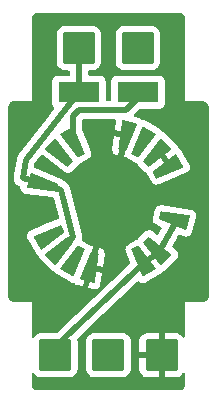
<source format=gbr>
%TF.GenerationSoftware,KiCad,Pcbnew,6.0.8*%
%TF.CreationDate,2022-12-19T15:39:34+01:00*%
%TF.ProjectId,excavator_ram_controller,65786361-7661-4746-9f72-5f72616d5f63,rev?*%
%TF.SameCoordinates,Original*%
%TF.FileFunction,Copper,L1,Top*%
%TF.FilePolarity,Positive*%
%FSLAX46Y46*%
G04 Gerber Fmt 4.6, Leading zero omitted, Abs format (unit mm)*
G04 Created by KiCad (PCBNEW 6.0.8) date 2022-12-19 15:39:34*
%MOMM*%
%LPD*%
G01*
G04 APERTURE LIST*
G04 Aperture macros list*
%AMRoundRect*
0 Rectangle with rounded corners*
0 $1 Rounding radius*
0 $2 $3 $4 $5 $6 $7 $8 $9 X,Y pos of 4 corners*
0 Add a 4 corners polygon primitive as box body*
4,1,4,$2,$3,$4,$5,$6,$7,$8,$9,$2,$3,0*
0 Add four circle primitives for the rounded corners*
1,1,$1+$1,$2,$3*
1,1,$1+$1,$4,$5*
1,1,$1+$1,$6,$7*
1,1,$1+$1,$8,$9*
0 Add four rect primitives between the rounded corners*
20,1,$1+$1,$2,$3,$4,$5,0*
20,1,$1+$1,$4,$5,$6,$7,0*
20,1,$1+$1,$6,$7,$8,$9,0*
20,1,$1+$1,$8,$9,$2,$3,0*%
%AMOutline4P*
0 Free polygon, 4 corners , with rotation*
0 The origin of the aperture is its center*
0 number of corners: always 4*
0 $1 to $8 corner X, Y*
0 $9 Rotation angle, in degrees counterclockwise*
0 create outline with 4 corners*
4,1,4,$1,$2,$3,$4,$5,$6,$7,$8,$1,$2,$9*%
G04 Aperture macros list end*
%TA.AperFunction,SMDPad,CuDef*%
%ADD10R,3.500000X1.800000*%
%TD*%
%TA.AperFunction,ComponentPad*%
%ADD11RoundRect,0.250000X-1.125000X-1.125000X1.125000X-1.125000X1.125000X1.125000X-1.125000X1.125000X0*%
%TD*%
%TA.AperFunction,ComponentPad*%
%ADD12Outline4P,-0.660000X-1.250000X0.660000X-1.250000X0.340000X1.250000X-0.340000X1.250000X150.000000*%
%TD*%
%TA.AperFunction,ComponentPad*%
%ADD13Outline4P,-0.660000X-1.250000X0.660000X-1.250000X0.340000X1.250000X-0.340000X1.250000X135.000000*%
%TD*%
%TA.AperFunction,ComponentPad*%
%ADD14Outline4P,-0.660000X-1.250000X0.660000X-1.250000X0.340000X1.250000X-0.340000X1.250000X120.000000*%
%TD*%
%TA.AperFunction,ComponentPad*%
%ADD15Outline4P,-0.660000X-1.250000X0.660000X-1.250000X0.340000X1.250000X-0.340000X1.250000X75.000000*%
%TD*%
%TA.AperFunction,ComponentPad*%
%ADD16Outline4P,-0.660000X-1.250000X0.660000X-1.250000X0.340000X1.250000X-0.340000X1.250000X45.000000*%
%TD*%
%TA.AperFunction,ComponentPad*%
%ADD17Outline4P,-0.660000X-1.250000X0.660000X-1.250000X0.340000X1.250000X-0.340000X1.250000X30.000000*%
%TD*%
%TA.AperFunction,ComponentPad*%
%ADD18Outline4P,-0.660000X-1.250000X0.660000X-1.250000X0.340000X1.250000X-0.340000X1.250000X330.000000*%
%TD*%
%TA.AperFunction,ComponentPad*%
%ADD19Outline4P,-0.660000X-1.250000X0.660000X-1.250000X0.340000X1.250000X-0.340000X1.250000X315.000000*%
%TD*%
%TA.AperFunction,ComponentPad*%
%ADD20Outline4P,-0.660000X-1.250000X0.660000X-1.250000X0.340000X1.250000X-0.340000X1.250000X300.000000*%
%TD*%
%TA.AperFunction,ComponentPad*%
%ADD21Outline4P,-0.660000X-1.250000X0.660000X-1.250000X0.340000X1.250000X-0.340000X1.250000X255.000000*%
%TD*%
%TA.AperFunction,ComponentPad*%
%ADD22Outline4P,-0.660000X-1.250000X0.660000X-1.250000X0.340000X1.250000X-0.340000X1.250000X225.000000*%
%TD*%
%TA.AperFunction,ComponentPad*%
%ADD23Outline4P,-0.660000X-1.250000X0.660000X-1.250000X0.340000X1.250000X-0.340000X1.250000X210.000000*%
%TD*%
%TA.AperFunction,ComponentPad*%
%ADD24Outline4P,-0.660000X-1.250000X0.660000X-1.250000X0.340000X1.250000X-0.340000X1.250000X165.000000*%
%TD*%
%TA.AperFunction,ComponentPad*%
%ADD25Outline4P,-0.660000X-1.250000X0.660000X-1.250000X0.340000X1.250000X-0.340000X1.250000X345.000000*%
%TD*%
%TA.AperFunction,Conductor*%
%ADD26C,0.500000*%
%TD*%
G04 APERTURE END LIST*
D10*
%TO.P,D2,1,K*%
%TO.N,Net-(D1-Pad1)*%
X32500000Y-20750000D03*
%TO.P,D2,2,A*%
%TO.N,Net-(D2-Pad2)*%
X27500000Y-20750000D03*
%TD*%
D11*
%TO.P,L,1,Pin_1*%
%TO.N,Net-(D2-Pad2)*%
X27500000Y-17000000D03*
%TD*%
%TO.P,R,1,Pin_1*%
%TO.N,Net-(D1-Pad2)*%
X32500000Y-17000000D03*
%TD*%
%TO.P,V,1,Pin_1*%
%TO.N,Net-(J2-Pad1)*%
X30000000Y-43000000D03*
%TD*%
%TO.P,M,1,Pin_1*%
%TO.N,Net-(J1-Pad1)*%
X34500000Y-43000000D03*
%TD*%
D12*
%TO.P,SW1,1,1*%
%TO.N,unconnected-(SW1-Pad1)*%
X32875000Y-25020353D03*
D13*
%TO.P,SW1,2,2*%
%TO.N,Net-(J2-Pad1)*%
X34065864Y-25934137D03*
D14*
%TO.P,SW1,3,3*%
X34979647Y-27125000D03*
D15*
%TO.P,SW1,4,4*%
%TO.N,Net-(J3-Pad1)*%
X35554074Y-31488209D03*
D16*
%TO.P,SW1,5,5*%
X34065863Y-34065864D03*
D17*
%TO.P,SW1,6,6*%
X32875000Y-34979647D03*
D18*
%TO.P,SW1,7,7*%
%TO.N,unconnected-(SW1-Pad7)*%
X27125000Y-34979647D03*
D19*
%TO.P,SW1,8,8*%
%TO.N,Net-(D2-Pad2)*%
X25934136Y-34065863D03*
D20*
%TO.P,SW1,9,9*%
%TO.N,Net-(D1-Pad2)*%
X25020353Y-32875000D03*
D21*
%TO.P,SW1,10,10*%
%TO.N,Net-(D2-Pad2)*%
X24445926Y-28511791D03*
D22*
%TO.P,SW1,11,11*%
%TO.N,Net-(D1-Pad2)*%
X25934137Y-25934136D03*
D23*
%TO.P,SW1,12,12*%
%TO.N,Net-(D1-Pad1)*%
X27125000Y-25020353D03*
D24*
%TO.P,SW1,13,13*%
%TO.N,Net-(J1-Pad1)*%
X31488209Y-24445926D03*
D25*
%TO.P,SW1,14,14*%
X28511791Y-35554074D03*
%TD*%
D11*
%TO.P,H,1,Pin_1*%
%TO.N,Net-(J3-Pad1)*%
X25500000Y-43000000D03*
%TD*%
D26*
%TO.N,Net-(J3-Pad1)*%
X33000000Y-35196153D02*
X25500000Y-42339379D01*
X25500000Y-42339379D02*
X25500000Y-43000000D01*
X34242640Y-34242641D02*
X33000000Y-35196153D01*
X35795555Y-31552914D02*
X34242640Y-34242641D01*
%TO.N,Net-(J2-Pad1)*%
X34242641Y-25757360D02*
X35196153Y-27000000D01*
%TO.N,Net-(D1-Pad1)*%
X27000000Y-24803847D02*
X27000000Y-22750000D01*
X27000000Y-22750000D02*
X27500000Y-22250000D01*
X27500000Y-22250000D02*
X31500000Y-22250000D01*
X31500000Y-22250000D02*
X32500000Y-21250000D01*
X32500000Y-21250000D02*
X32500000Y-20750000D01*
%TO.N,Net-(D2-Pad2)*%
X27500000Y-20750000D02*
X23000000Y-26500000D01*
X23000000Y-26500000D02*
X22750000Y-28000000D01*
X22750000Y-28000000D02*
X24204445Y-28447086D01*
X25757359Y-34242640D02*
X27000000Y-33000000D01*
X27000000Y-33000000D02*
X26000000Y-29000000D01*
X26000000Y-29000000D02*
X24204445Y-28447086D01*
X27500000Y-17000000D02*
X27500000Y-19987500D01*
%TD*%
%TA.AperFunction,Conductor*%
%TO.N,Net-(J1-Pad1)*%
G36*
X35970018Y-14010000D02*
G01*
X35984852Y-14012310D01*
X35984855Y-14012310D01*
X35993724Y-14013691D01*
X36002626Y-14012527D01*
X36002750Y-14012511D01*
X36033192Y-14012240D01*
X36040621Y-14013077D01*
X36095264Y-14019234D01*
X36122771Y-14025513D01*
X36199853Y-14052485D01*
X36225274Y-14064727D01*
X36294426Y-14108178D01*
X36316485Y-14125770D01*
X36374230Y-14183515D01*
X36391822Y-14205574D01*
X36435273Y-14274726D01*
X36447515Y-14300147D01*
X36474487Y-14377228D01*
X36480766Y-14404736D01*
X36487018Y-14460226D01*
X36486923Y-14475868D01*
X36487800Y-14475879D01*
X36487690Y-14484851D01*
X36486309Y-14493724D01*
X36487473Y-14502626D01*
X36487473Y-14502628D01*
X36490436Y-14525283D01*
X36491500Y-14541621D01*
X36491500Y-19950633D01*
X36490000Y-19970018D01*
X36487690Y-19984851D01*
X36487690Y-19984855D01*
X36486309Y-19993724D01*
X36487792Y-20005062D01*
X36488535Y-20012406D01*
X36490542Y-20040472D01*
X36499679Y-20168224D01*
X36500000Y-20177212D01*
X36500000Y-21500000D01*
X37822786Y-21500000D01*
X37831776Y-21500321D01*
X37959535Y-21509459D01*
X37971446Y-21510884D01*
X37982638Y-21512767D01*
X37982641Y-21512767D01*
X37987448Y-21513576D01*
X37993456Y-21513649D01*
X37993724Y-21513691D01*
X37993993Y-21513656D01*
X38000000Y-21513729D01*
X38004820Y-21513039D01*
X38009671Y-21512723D01*
X38009690Y-21513010D01*
X38036446Y-21512607D01*
X38088119Y-21518429D01*
X38095265Y-21519234D01*
X38122772Y-21525513D01*
X38199853Y-21552485D01*
X38225274Y-21564727D01*
X38294426Y-21608178D01*
X38316485Y-21625770D01*
X38374230Y-21683515D01*
X38391822Y-21705574D01*
X38435273Y-21774726D01*
X38447515Y-21800147D01*
X38474487Y-21877228D01*
X38480766Y-21904736D01*
X38487018Y-21960226D01*
X38486923Y-21975868D01*
X38487800Y-21975879D01*
X38487690Y-21984851D01*
X38486309Y-21993724D01*
X38487473Y-22002626D01*
X38487473Y-22002628D01*
X38490436Y-22025283D01*
X38491500Y-22041621D01*
X38491500Y-37950633D01*
X38490000Y-37970018D01*
X38486309Y-37993724D01*
X38487473Y-38002626D01*
X38487489Y-38002750D01*
X38487760Y-38033192D01*
X38485430Y-38053870D01*
X38480766Y-38095264D01*
X38474487Y-38122771D01*
X38447515Y-38199853D01*
X38435273Y-38225274D01*
X38391822Y-38294426D01*
X38374230Y-38316485D01*
X38316485Y-38374230D01*
X38294426Y-38391822D01*
X38225274Y-38435273D01*
X38199853Y-38447515D01*
X38122771Y-38474487D01*
X38095265Y-38480766D01*
X38085096Y-38481912D01*
X38041446Y-38486830D01*
X38016640Y-38487112D01*
X38012552Y-38486424D01*
X38006544Y-38486351D01*
X38006276Y-38486309D01*
X38006007Y-38486344D01*
X38000000Y-38486271D01*
X37985210Y-38488389D01*
X37976357Y-38489338D01*
X37831776Y-38499679D01*
X37822787Y-38500000D01*
X36500000Y-38500000D01*
X36500000Y-39822786D01*
X36499679Y-39831775D01*
X36495470Y-39890631D01*
X36489988Y-39967275D01*
X36488808Y-39977675D01*
X36487690Y-39984851D01*
X36487690Y-39984855D01*
X36486309Y-39993724D01*
X36487473Y-40002626D01*
X36487473Y-40002628D01*
X36490436Y-40025283D01*
X36491500Y-40041621D01*
X36491500Y-41391662D01*
X36471498Y-41459783D01*
X36417842Y-41506276D01*
X36347568Y-41516380D01*
X36282988Y-41486886D01*
X36258356Y-41457965D01*
X36226937Y-41407193D01*
X36217901Y-41395792D01*
X36103171Y-41281261D01*
X36091760Y-41272249D01*
X35953757Y-41187184D01*
X35940576Y-41181037D01*
X35786290Y-41129862D01*
X35772914Y-41126995D01*
X35678562Y-41117328D01*
X35672145Y-41117000D01*
X34772115Y-41117000D01*
X34756876Y-41121475D01*
X34755671Y-41122865D01*
X34754000Y-41130548D01*
X34754000Y-44864884D01*
X34758475Y-44880123D01*
X34759865Y-44881328D01*
X34767548Y-44882999D01*
X35672095Y-44882999D01*
X35678614Y-44882662D01*
X35774206Y-44872743D01*
X35787600Y-44869851D01*
X35941784Y-44818412D01*
X35954962Y-44812239D01*
X36092807Y-44726937D01*
X36104208Y-44717901D01*
X36218739Y-44603171D01*
X36227751Y-44591760D01*
X36258240Y-44542297D01*
X36311012Y-44494804D01*
X36381083Y-44483380D01*
X36446207Y-44511654D01*
X36485707Y-44570648D01*
X36491500Y-44608413D01*
X36491500Y-45450633D01*
X36490000Y-45470018D01*
X36486309Y-45493724D01*
X36487473Y-45502626D01*
X36487489Y-45502750D01*
X36487760Y-45533192D01*
X36485430Y-45553870D01*
X36480766Y-45595264D01*
X36474487Y-45622771D01*
X36447515Y-45699853D01*
X36435273Y-45725274D01*
X36391822Y-45794426D01*
X36374230Y-45816485D01*
X36316485Y-45874230D01*
X36294426Y-45891822D01*
X36225274Y-45935273D01*
X36199853Y-45947515D01*
X36122772Y-45974487D01*
X36095264Y-45980766D01*
X36039774Y-45987018D01*
X36024132Y-45986923D01*
X36024121Y-45987800D01*
X36015149Y-45987690D01*
X36006276Y-45986309D01*
X35997374Y-45987473D01*
X35997372Y-45987473D01*
X35986385Y-45988910D01*
X35974714Y-45990436D01*
X35958379Y-45991500D01*
X24049367Y-45991500D01*
X24029982Y-45990000D01*
X24015148Y-45987690D01*
X24015145Y-45987690D01*
X24006276Y-45986309D01*
X23997374Y-45987473D01*
X23997250Y-45987489D01*
X23966808Y-45987760D01*
X23946130Y-45985430D01*
X23904736Y-45980766D01*
X23877229Y-45974487D01*
X23800147Y-45947515D01*
X23774726Y-45935273D01*
X23705574Y-45891822D01*
X23683515Y-45874230D01*
X23625770Y-45816485D01*
X23608178Y-45794426D01*
X23564727Y-45725274D01*
X23552485Y-45699853D01*
X23525513Y-45622772D01*
X23519234Y-45595266D01*
X23513170Y-45541451D01*
X23512888Y-45516640D01*
X23513576Y-45512552D01*
X23513729Y-45500000D01*
X23509773Y-45472376D01*
X23508500Y-45454514D01*
X23508500Y-44609289D01*
X23528502Y-44541168D01*
X23582158Y-44494675D01*
X23652432Y-44484571D01*
X23717012Y-44514065D01*
X23741644Y-44542986D01*
X23776522Y-44599348D01*
X23901697Y-44724305D01*
X23907927Y-44728145D01*
X23907928Y-44728146D01*
X24045288Y-44812816D01*
X24052262Y-44817115D01*
X24132005Y-44843564D01*
X24213611Y-44870632D01*
X24213613Y-44870632D01*
X24220139Y-44872797D01*
X24226975Y-44873497D01*
X24226978Y-44873498D01*
X24270031Y-44877909D01*
X24324600Y-44883500D01*
X26675400Y-44883500D01*
X26678646Y-44883163D01*
X26678650Y-44883163D01*
X26774308Y-44873238D01*
X26774312Y-44873237D01*
X26781166Y-44872526D01*
X26787702Y-44870345D01*
X26787704Y-44870345D01*
X26919806Y-44826272D01*
X26948946Y-44816550D01*
X27099348Y-44723478D01*
X27224305Y-44598303D01*
X27276230Y-44514065D01*
X27313275Y-44453968D01*
X27313276Y-44453966D01*
X27317115Y-44447738D01*
X27372797Y-44279861D01*
X27383500Y-44175400D01*
X28116500Y-44175400D01*
X28116837Y-44178646D01*
X28116837Y-44178650D01*
X28126752Y-44274206D01*
X28127474Y-44281166D01*
X28183450Y-44448946D01*
X28276522Y-44599348D01*
X28401697Y-44724305D01*
X28407927Y-44728145D01*
X28407928Y-44728146D01*
X28545288Y-44812816D01*
X28552262Y-44817115D01*
X28632005Y-44843564D01*
X28713611Y-44870632D01*
X28713613Y-44870632D01*
X28720139Y-44872797D01*
X28726975Y-44873497D01*
X28726978Y-44873498D01*
X28770031Y-44877909D01*
X28824600Y-44883500D01*
X31175400Y-44883500D01*
X31178646Y-44883163D01*
X31178650Y-44883163D01*
X31274308Y-44873238D01*
X31274312Y-44873237D01*
X31281166Y-44872526D01*
X31287702Y-44870345D01*
X31287704Y-44870345D01*
X31419806Y-44826272D01*
X31448946Y-44816550D01*
X31599348Y-44723478D01*
X31724305Y-44598303D01*
X31776230Y-44514065D01*
X31813275Y-44453968D01*
X31813276Y-44453966D01*
X31817115Y-44447738D01*
X31872797Y-44279861D01*
X31883500Y-44175400D01*
X31883500Y-44172095D01*
X32617001Y-44172095D01*
X32617338Y-44178614D01*
X32627257Y-44274206D01*
X32630149Y-44287600D01*
X32681588Y-44441784D01*
X32687761Y-44454962D01*
X32773063Y-44592807D01*
X32782099Y-44604208D01*
X32896829Y-44718739D01*
X32908240Y-44727751D01*
X33046243Y-44812816D01*
X33059424Y-44818963D01*
X33213710Y-44870138D01*
X33227086Y-44873005D01*
X33321438Y-44882672D01*
X33327854Y-44883000D01*
X34227885Y-44883000D01*
X34243124Y-44878525D01*
X34244329Y-44877135D01*
X34246000Y-44869452D01*
X34246000Y-43272115D01*
X34241525Y-43256876D01*
X34240135Y-43255671D01*
X34232452Y-43254000D01*
X32635116Y-43254000D01*
X32619877Y-43258475D01*
X32618672Y-43259865D01*
X32617001Y-43267548D01*
X32617001Y-44172095D01*
X31883500Y-44172095D01*
X31883500Y-42727885D01*
X32617000Y-42727885D01*
X32621475Y-42743124D01*
X32622865Y-42744329D01*
X32630548Y-42746000D01*
X34227885Y-42746000D01*
X34243124Y-42741525D01*
X34244329Y-42740135D01*
X34246000Y-42732452D01*
X34246000Y-41135116D01*
X34241525Y-41119877D01*
X34240135Y-41118672D01*
X34232452Y-41117001D01*
X33327905Y-41117001D01*
X33321386Y-41117338D01*
X33225794Y-41127257D01*
X33212400Y-41130149D01*
X33058216Y-41181588D01*
X33045038Y-41187761D01*
X32907193Y-41273063D01*
X32895792Y-41282099D01*
X32781261Y-41396829D01*
X32772249Y-41408240D01*
X32687184Y-41546243D01*
X32681037Y-41559424D01*
X32629862Y-41713710D01*
X32626995Y-41727086D01*
X32617328Y-41821438D01*
X32617000Y-41827855D01*
X32617000Y-42727885D01*
X31883500Y-42727885D01*
X31883500Y-41824600D01*
X31883163Y-41821350D01*
X31873238Y-41725692D01*
X31873237Y-41725688D01*
X31872526Y-41718834D01*
X31816550Y-41551054D01*
X31723478Y-41400652D01*
X31598303Y-41275695D01*
X31592072Y-41271854D01*
X31453968Y-41186725D01*
X31453966Y-41186724D01*
X31447738Y-41182885D01*
X31367995Y-41156436D01*
X31286389Y-41129368D01*
X31286387Y-41129368D01*
X31279861Y-41127203D01*
X31273025Y-41126503D01*
X31273022Y-41126502D01*
X31229969Y-41122091D01*
X31175400Y-41116500D01*
X28824600Y-41116500D01*
X28821354Y-41116837D01*
X28821350Y-41116837D01*
X28725692Y-41126762D01*
X28725688Y-41126763D01*
X28718834Y-41127474D01*
X28712298Y-41129655D01*
X28712296Y-41129655D01*
X28695928Y-41135116D01*
X28551054Y-41183450D01*
X28400652Y-41276522D01*
X28275695Y-41401697D01*
X28271855Y-41407927D01*
X28271854Y-41407928D01*
X28205443Y-41515667D01*
X28182885Y-41552262D01*
X28127203Y-41720139D01*
X28116500Y-41824600D01*
X28116500Y-44175400D01*
X27383500Y-44175400D01*
X27383500Y-41824600D01*
X27372526Y-41718834D01*
X27368632Y-41707162D01*
X27366044Y-41636216D01*
X27401255Y-41576045D01*
X29569647Y-39510803D01*
X32430886Y-36785672D01*
X32494008Y-36753176D01*
X32564679Y-36759964D01*
X32603792Y-36784834D01*
X32634495Y-36813515D01*
X32642511Y-36817556D01*
X32642512Y-36817556D01*
X32756544Y-36875033D01*
X32756546Y-36875034D01*
X32764564Y-36879075D01*
X32773393Y-36880703D01*
X32773395Y-36880704D01*
X32809241Y-36887315D01*
X32907807Y-36905494D01*
X32989046Y-36897170D01*
X33043856Y-36891555D01*
X33043858Y-36891554D01*
X33052705Y-36890648D01*
X33060955Y-36887315D01*
X33146362Y-36852809D01*
X33146369Y-36852806D01*
X33150452Y-36851156D01*
X33154267Y-36848954D01*
X33154272Y-36848951D01*
X34354200Y-36156171D01*
X34358049Y-36153949D01*
X34441708Y-36088438D01*
X34453511Y-36072047D01*
X34526821Y-35970234D01*
X34528214Y-35971237D01*
X34570185Y-35927731D01*
X34596041Y-35917712D01*
X34595998Y-35917598D01*
X34699330Y-35878243D01*
X34732117Y-35865756D01*
X34816311Y-35802310D01*
X35802310Y-34816311D01*
X35866163Y-34731379D01*
X35917783Y-34595174D01*
X35918481Y-34586220D01*
X35928402Y-34458907D01*
X35928402Y-34458904D01*
X35929099Y-34449957D01*
X35899203Y-34307400D01*
X35830497Y-34178965D01*
X35795625Y-34143223D01*
X35759946Y-34106653D01*
X35759941Y-34106649D01*
X35756876Y-34103507D01*
X35458130Y-33872561D01*
X35416469Y-33815073D01*
X35412502Y-33744188D01*
X35426074Y-33709875D01*
X35767200Y-33119028D01*
X35925883Y-32844180D01*
X35977265Y-32795187D01*
X36046979Y-32781751D01*
X36082801Y-32790599D01*
X36428076Y-32932165D01*
X36428085Y-32932168D01*
X36432180Y-32933847D01*
X36436470Y-32934935D01*
X36526545Y-32957779D01*
X36526548Y-32957779D01*
X36535178Y-32959968D01*
X36544080Y-32959665D01*
X36544081Y-32959665D01*
X36572423Y-32958700D01*
X36680752Y-32955012D01*
X36689274Y-32952202D01*
X36810557Y-32912209D01*
X36810560Y-32912207D01*
X36819083Y-32909397D01*
X36939052Y-32826791D01*
X37031012Y-32713834D01*
X37072204Y-32616792D01*
X37094099Y-32535080D01*
X37431957Y-31274178D01*
X37431958Y-31274172D01*
X37433105Y-31269892D01*
X37445937Y-31164412D01*
X37422539Y-31020645D01*
X37359731Y-30889225D01*
X37262561Y-30780716D01*
X37138842Y-30703840D01*
X37037355Y-30675302D01*
X37032995Y-30674712D01*
X34437339Y-30323498D01*
X34437332Y-30323497D01*
X34434728Y-30323145D01*
X34432112Y-30323011D01*
X34432103Y-30323010D01*
X34431498Y-30322979D01*
X34431495Y-30322979D01*
X34424802Y-30322636D01*
X34281039Y-30346049D01*
X34149626Y-30408871D01*
X34041125Y-30506052D01*
X33964263Y-30629778D01*
X33961283Y-30638262D01*
X33960669Y-30640554D01*
X33960667Y-30640560D01*
X33753611Y-31413306D01*
X33749701Y-31427897D01*
X33747938Y-31437670D01*
X33752909Y-31583242D01*
X33798537Y-31721569D01*
X33881157Y-31841529D01*
X33994123Y-31933479D01*
X34002154Y-31937509D01*
X34004365Y-31938415D01*
X34004366Y-31938416D01*
X34431123Y-32113391D01*
X34486563Y-32157740D01*
X34509226Y-32225022D01*
X34492442Y-32292972D01*
X34396691Y-32458817D01*
X34245476Y-32720730D01*
X34231993Y-32744083D01*
X34180611Y-32793076D01*
X34110897Y-32806512D01*
X34045812Y-32780769D01*
X33681103Y-32498831D01*
X33681093Y-32498824D01*
X33679013Y-32497216D01*
X33670672Y-32491812D01*
X33534462Y-32440207D01*
X33525509Y-32439510D01*
X33525508Y-32439510D01*
X33398191Y-32429602D01*
X33398189Y-32429602D01*
X33389244Y-32428906D01*
X33246690Y-32458817D01*
X33238779Y-32463050D01*
X33238776Y-32463051D01*
X33218884Y-32473695D01*
X33118261Y-32527536D01*
X33111439Y-32533393D01*
X32533387Y-33111446D01*
X32526973Y-33119028D01*
X32523820Y-33124948D01*
X32523816Y-33124953D01*
X32499131Y-33171294D01*
X32449451Y-33222013D01*
X32416590Y-33234752D01*
X32357836Y-33248478D01*
X32349730Y-33252371D01*
X31641763Y-33661116D01*
X31633606Y-33666779D01*
X31534185Y-33773230D01*
X31530146Y-33781244D01*
X31530146Y-33781245D01*
X31484131Y-33872561D01*
X31468638Y-33903306D01*
X31467011Y-33912133D01*
X31467010Y-33912136D01*
X31464120Y-33927815D01*
X31442234Y-34046551D01*
X31443149Y-34055474D01*
X31443149Y-34055477D01*
X31448075Y-34103507D01*
X31457094Y-34191448D01*
X31459924Y-34199977D01*
X31682587Y-34732117D01*
X31849945Y-35132086D01*
X31857788Y-35202648D01*
X31826237Y-35266249D01*
X31820609Y-35271961D01*
X25720659Y-41081739D01*
X25657536Y-41114236D01*
X25633760Y-41116500D01*
X24324600Y-41116500D01*
X24321354Y-41116837D01*
X24321350Y-41116837D01*
X24225692Y-41126762D01*
X24225688Y-41126763D01*
X24218834Y-41127474D01*
X24212298Y-41129655D01*
X24212296Y-41129655D01*
X24195928Y-41135116D01*
X24051054Y-41183450D01*
X23900652Y-41276522D01*
X23775695Y-41401697D01*
X23771855Y-41407927D01*
X23771854Y-41407928D01*
X23741760Y-41456750D01*
X23688988Y-41504243D01*
X23618916Y-41515667D01*
X23553793Y-41487393D01*
X23514293Y-41428399D01*
X23508500Y-41390634D01*
X23508500Y-40053250D01*
X23510246Y-40032345D01*
X23512770Y-40017344D01*
X23512770Y-40017341D01*
X23513576Y-40012552D01*
X23513729Y-40000000D01*
X23511611Y-39985210D01*
X23510662Y-39976357D01*
X23500321Y-39831776D01*
X23500000Y-39822787D01*
X23500000Y-38500000D01*
X22177214Y-38500000D01*
X22168225Y-38499679D01*
X22160396Y-38499119D01*
X22040465Y-38490541D01*
X22028554Y-38489116D01*
X22017362Y-38487233D01*
X22017359Y-38487233D01*
X22012552Y-38486424D01*
X22006544Y-38486351D01*
X22006276Y-38486309D01*
X22006007Y-38486344D01*
X22000000Y-38486271D01*
X21995180Y-38486961D01*
X21990329Y-38487277D01*
X21990310Y-38486990D01*
X21963554Y-38487393D01*
X21904735Y-38480766D01*
X21877228Y-38474487D01*
X21800147Y-38447515D01*
X21774726Y-38435273D01*
X21705574Y-38391822D01*
X21683515Y-38374230D01*
X21625770Y-38316485D01*
X21608178Y-38294426D01*
X21564727Y-38225274D01*
X21552485Y-38199853D01*
X21525513Y-38122772D01*
X21519234Y-38095266D01*
X21513170Y-38041451D01*
X21512888Y-38016640D01*
X21513576Y-38012552D01*
X21513729Y-38000000D01*
X21509773Y-37972376D01*
X21508500Y-37954514D01*
X21508500Y-37300416D01*
X28306821Y-37300416D01*
X28307199Y-37316292D01*
X28308232Y-37317818D01*
X28315217Y-37321419D01*
X28725916Y-37431466D01*
X28734608Y-37433150D01*
X28826738Y-37444358D01*
X28844368Y-37444003D01*
X28970344Y-37423499D01*
X28987303Y-37418186D01*
X29102397Y-37363180D01*
X29117181Y-37353323D01*
X29212213Y-37268222D01*
X29223632Y-37254616D01*
X29291003Y-37146193D01*
X29298105Y-37130075D01*
X29323016Y-37041492D01*
X29324798Y-37032889D01*
X29452684Y-36087748D01*
X29450293Y-36072047D01*
X29446276Y-36067487D01*
X29445933Y-36067337D01*
X28708893Y-35869847D01*
X28693017Y-35870225D01*
X28691491Y-35871258D01*
X28687890Y-35878243D01*
X28306821Y-37300416D01*
X21508500Y-37300416D01*
X21508500Y-27990843D01*
X21986390Y-27990843D01*
X21987151Y-27998125D01*
X21988527Y-28011300D01*
X21989057Y-28030569D01*
X21988048Y-28051112D01*
X21990337Y-28063475D01*
X21997784Y-28103706D01*
X21999207Y-28113550D01*
X22004765Y-28166756D01*
X22007179Y-28173663D01*
X22011551Y-28186174D01*
X22016501Y-28204809D01*
X22020244Y-28225028D01*
X22038166Y-28265687D01*
X22041815Y-28273965D01*
X22045463Y-28283216D01*
X22060699Y-28326813D01*
X22060703Y-28326821D01*
X22063116Y-28333726D01*
X22067053Y-28339891D01*
X22067055Y-28339895D01*
X22074189Y-28351066D01*
X22083290Y-28368057D01*
X22091584Y-28386873D01*
X22095995Y-28392707D01*
X22095999Y-28392715D01*
X22123841Y-28429544D01*
X22129523Y-28437711D01*
X22154371Y-28476621D01*
X22154374Y-28476625D01*
X22158312Y-28482791D01*
X22163567Y-28487890D01*
X22173069Y-28497111D01*
X22185833Y-28511550D01*
X22193826Y-28522123D01*
X22193829Y-28522126D01*
X22198243Y-28527965D01*
X22239463Y-28562080D01*
X22246850Y-28568703D01*
X22285248Y-28605961D01*
X22302913Y-28616507D01*
X22318658Y-28627624D01*
X22328859Y-28636068D01*
X22328864Y-28636071D01*
X22334500Y-28640736D01*
X22374884Y-28660706D01*
X22382447Y-28664446D01*
X22391180Y-28669203D01*
X22432290Y-28693745D01*
X22432298Y-28693749D01*
X22437114Y-28696624D01*
X22442367Y-28698602D01*
X22442370Y-28698604D01*
X22443996Y-28699216D01*
X22447572Y-28700563D01*
X22449425Y-28701133D01*
X22449438Y-28701137D01*
X22458764Y-28704003D01*
X22477592Y-28711495D01*
X22484988Y-28715152D01*
X22537187Y-28763275D01*
X22555115Y-28825564D01*
X22555139Y-28826745D01*
X22554063Y-28835588D01*
X22577461Y-28979355D01*
X22640269Y-29110775D01*
X22737439Y-29219284D01*
X22861158Y-29296160D01*
X22962645Y-29324698D01*
X22967004Y-29325288D01*
X22967005Y-29325288D01*
X25296511Y-29640490D01*
X25361334Y-29669445D01*
X25401854Y-29734792D01*
X25803748Y-31342367D01*
X25800865Y-31413306D01*
X25760087Y-31471424D01*
X25730146Y-31489162D01*
X24656478Y-31938416D01*
X23377218Y-32473695D01*
X23285917Y-32528054D01*
X23186485Y-32634495D01*
X23120925Y-32764564D01*
X23094506Y-32907807D01*
X23109352Y-33052705D01*
X23112685Y-33060954D01*
X23112685Y-33060955D01*
X23147191Y-33146362D01*
X23147194Y-33146369D01*
X23148844Y-33150452D01*
X23151046Y-33154267D01*
X23151049Y-33154272D01*
X23504618Y-33766671D01*
X23846051Y-34358049D01*
X23911562Y-34441708D01*
X23918792Y-34446914D01*
X23918793Y-34446915D01*
X24029766Y-34526821D01*
X24028763Y-34528214D01*
X24072269Y-34570185D01*
X24082288Y-34596041D01*
X24082402Y-34595998D01*
X24134244Y-34732117D01*
X24197690Y-34816311D01*
X25183689Y-35802310D01*
X25268621Y-35866163D01*
X25404338Y-35917598D01*
X25404826Y-35917783D01*
X25404217Y-35919390D01*
X25457095Y-35948662D01*
X25473472Y-35971053D01*
X25473571Y-35970982D01*
X25558877Y-36089045D01*
X25641952Y-36153950D01*
X25645763Y-36156150D01*
X26845703Y-36848936D01*
X26845708Y-36848939D01*
X26849549Y-36851156D01*
X26948113Y-36890852D01*
X27093037Y-36905460D01*
X27092884Y-36906981D01*
X27152183Y-36921731D01*
X27173464Y-36938852D01*
X27173581Y-36938709D01*
X27279529Y-37024965D01*
X27294613Y-37034055D01*
X27379319Y-37070010D01*
X27387620Y-37072869D01*
X27793945Y-37181744D01*
X27809821Y-37181366D01*
X27811347Y-37180333D01*
X27814948Y-37173348D01*
X28301644Y-35356972D01*
X28827564Y-35356972D01*
X28827942Y-35372848D01*
X28828975Y-35374374D01*
X28835960Y-35377975D01*
X29506288Y-35557589D01*
X29520711Y-35557245D01*
X29526147Y-35544817D01*
X29676000Y-34437328D01*
X29676486Y-34432097D01*
X29676517Y-34431507D01*
X29675781Y-34418196D01*
X29654911Y-34290050D01*
X29649598Y-34273094D01*
X29594579Y-34158001D01*
X29584723Y-34143223D01*
X29499614Y-34048201D01*
X29485996Y-34036774D01*
X29375864Y-33968356D01*
X29363595Y-33962477D01*
X29359250Y-33961134D01*
X29229637Y-33926404D01*
X29213761Y-33926782D01*
X29212235Y-33927815D01*
X29208634Y-33934800D01*
X28827564Y-35356972D01*
X28301644Y-35356972D01*
X28332186Y-35242989D01*
X28716761Y-33807733D01*
X28716383Y-33791857D01*
X28715349Y-33790330D01*
X28708368Y-33786731D01*
X28574572Y-33750880D01*
X28569461Y-33749737D01*
X28568872Y-33749630D01*
X28555580Y-33748669D01*
X28503598Y-33750443D01*
X28434834Y-33732776D01*
X28407375Y-33710690D01*
X28370360Y-33671205D01*
X28370359Y-33671204D01*
X28365654Y-33666185D01*
X28358230Y-33661112D01*
X27793463Y-33335044D01*
X27744471Y-33283663D01*
X27731035Y-33213949D01*
X27733105Y-33200266D01*
X27740634Y-33164071D01*
X27741229Y-33161357D01*
X27757311Y-33091777D01*
X27757311Y-33091774D01*
X27758959Y-33084645D01*
X27758924Y-33077580D01*
X27759201Y-33074827D01*
X27759206Y-33074778D01*
X27760640Y-33067885D01*
X27758512Y-32989231D01*
X27758468Y-32986452D01*
X27758103Y-32913390D01*
X27758075Y-32907777D01*
X27756041Y-32896788D01*
X27756059Y-32896785D01*
X27756003Y-32896475D01*
X27755857Y-32891080D01*
X27753982Y-32884007D01*
X27753981Y-32884003D01*
X27734333Y-32809903D01*
X27733886Y-32808169D01*
X26751092Y-28876993D01*
X26748005Y-28859462D01*
X26746075Y-28840894D01*
X26746075Y-28840892D01*
X26745318Y-28833613D01*
X26729316Y-28787752D01*
X26726044Y-28776801D01*
X26726000Y-28776624D01*
X26725997Y-28776615D01*
X26725110Y-28773066D01*
X26713575Y-28742516D01*
X26712493Y-28739536D01*
X26698653Y-28699873D01*
X26687049Y-28666615D01*
X26683155Y-28660511D01*
X26682845Y-28659789D01*
X26682767Y-28659639D01*
X26681344Y-28656799D01*
X26681322Y-28656754D01*
X26680946Y-28656102D01*
X26678384Y-28649316D01*
X26635195Y-28585253D01*
X26633463Y-28582613D01*
X26591927Y-28517502D01*
X26586729Y-28512454D01*
X26586284Y-28511854D01*
X26586224Y-28511784D01*
X26584162Y-28509319D01*
X26584078Y-28509216D01*
X26583561Y-28508666D01*
X26579513Y-28502661D01*
X26522784Y-28450288D01*
X26520471Y-28448098D01*
X26501369Y-28429544D01*
X26465052Y-28394269D01*
X26458829Y-28390550D01*
X26458252Y-28390064D01*
X26458188Y-28390017D01*
X26455654Y-28388122D01*
X26455525Y-28388023D01*
X26454877Y-28387594D01*
X26449557Y-28382683D01*
X26443182Y-28379089D01*
X26443178Y-28379086D01*
X26382286Y-28344756D01*
X26379546Y-28343165D01*
X26348471Y-28324593D01*
X26318047Y-28306409D01*
X26318044Y-28306408D01*
X26313231Y-28303531D01*
X26302775Y-28299587D01*
X26302781Y-28299571D01*
X26300812Y-28298822D01*
X26295486Y-28295819D01*
X26271914Y-28289009D01*
X26236317Y-28278725D01*
X26176424Y-28240601D01*
X26167519Y-28229145D01*
X26123935Y-28165864D01*
X26123934Y-28165863D01*
X26118843Y-28158471D01*
X26005877Y-28066521D01*
X25997846Y-28062491D01*
X25987642Y-28058307D01*
X23760786Y-27145271D01*
X23705346Y-27100922D01*
X23682683Y-27033640D01*
X23684300Y-27007981D01*
X23711136Y-26846962D01*
X23736196Y-26790022D01*
X24285778Y-26087778D01*
X24343513Y-26046460D01*
X24414421Y-26042915D01*
X24462066Y-26065747D01*
X26318897Y-27501169D01*
X26318907Y-27501176D01*
X26320987Y-27502784D01*
X26329328Y-27508188D01*
X26465538Y-27559793D01*
X26474491Y-27560490D01*
X26474492Y-27560490D01*
X26601809Y-27570398D01*
X26601811Y-27570398D01*
X26610756Y-27571094D01*
X26753310Y-27541183D01*
X26761221Y-27536950D01*
X26761224Y-27536949D01*
X26819825Y-27505593D01*
X26881739Y-27472464D01*
X26888561Y-27466607D01*
X27466613Y-26888554D01*
X27473027Y-26880972D01*
X27476180Y-26875052D01*
X27476184Y-26875047D01*
X27500869Y-26828706D01*
X27550549Y-26777987D01*
X27583411Y-26765248D01*
X27583484Y-26765231D01*
X27642164Y-26751522D01*
X27650270Y-26747629D01*
X28358237Y-26338884D01*
X28366394Y-26333221D01*
X28465815Y-26226770D01*
X28474432Y-26209670D01*
X28527321Y-26104714D01*
X28527322Y-26104712D01*
X28531362Y-26096694D01*
X28533006Y-26087778D01*
X28551187Y-25989141D01*
X28557766Y-25953449D01*
X28542906Y-25808552D01*
X28540076Y-25800023D01*
X28443197Y-25568493D01*
X30323483Y-25568493D01*
X30324219Y-25581804D01*
X30345089Y-25709950D01*
X30350402Y-25726906D01*
X30405421Y-25841999D01*
X30415277Y-25856777D01*
X30500386Y-25951799D01*
X30514004Y-25963226D01*
X30624136Y-26031644D01*
X30636405Y-26037523D01*
X30640750Y-26038866D01*
X30770363Y-26073596D01*
X30786239Y-26073218D01*
X30787765Y-26072185D01*
X30791366Y-26065200D01*
X31172436Y-24643028D01*
X31172058Y-24627152D01*
X31171025Y-24625626D01*
X31164040Y-24622025D01*
X30493712Y-24442411D01*
X30479289Y-24442755D01*
X30473853Y-24455183D01*
X30324000Y-25562672D01*
X30323514Y-25567903D01*
X30323483Y-25568493D01*
X28443197Y-25568493D01*
X28317413Y-25267883D01*
X27768265Y-23955476D01*
X27758500Y-23906840D01*
X27758500Y-23134500D01*
X27778502Y-23066379D01*
X27832158Y-23019886D01*
X27884500Y-23008500D01*
X30525404Y-23008500D01*
X30593525Y-23028502D01*
X30640018Y-23082158D01*
X30650266Y-23151395D01*
X30547316Y-23912252D01*
X30549707Y-23927953D01*
X30553724Y-23932513D01*
X30554067Y-23932663D01*
X31677587Y-24233710D01*
X31738210Y-24270662D01*
X31769231Y-24334523D01*
X31766683Y-24388028D01*
X31667814Y-24757011D01*
X31283239Y-26192267D01*
X31283617Y-26208143D01*
X31284651Y-26209670D01*
X31291632Y-26213269D01*
X31425428Y-26249120D01*
X31430539Y-26250263D01*
X31431128Y-26250370D01*
X31444420Y-26251331D01*
X31496402Y-26249557D01*
X31565166Y-26267224D01*
X31592625Y-26289310D01*
X31629197Y-26328322D01*
X31634346Y-26333815D01*
X31641770Y-26338888D01*
X31643840Y-26340083D01*
X31643843Y-26340085D01*
X31749308Y-26400975D01*
X32349737Y-26747633D01*
X32358720Y-26751866D01*
X32365252Y-26753379D01*
X32365251Y-26753379D01*
X32416409Y-26765231D01*
X32478258Y-26800091D01*
X32499068Y-26828536D01*
X32524291Y-26875676D01*
X32524295Y-26875682D01*
X32527536Y-26881739D01*
X32533393Y-26888561D01*
X33111446Y-27466613D01*
X33113451Y-27468309D01*
X33113453Y-27468311D01*
X33113903Y-27468692D01*
X33113906Y-27468694D01*
X33119028Y-27473027D01*
X33124948Y-27476180D01*
X33124953Y-27476184D01*
X33171294Y-27500869D01*
X33222013Y-27550549D01*
X33234752Y-27583410D01*
X33248478Y-27642164D01*
X33252371Y-27650270D01*
X33661116Y-28358237D01*
X33666779Y-28366394D01*
X33773230Y-28465815D01*
X33781244Y-28469854D01*
X33781245Y-28469854D01*
X33895286Y-28527321D01*
X33895288Y-28527322D01*
X33903306Y-28531362D01*
X33912133Y-28532989D01*
X33912136Y-28532990D01*
X33954264Y-28540755D01*
X34046551Y-28557766D01*
X34055474Y-28556851D01*
X34055477Y-28556851D01*
X34115046Y-28550741D01*
X34191448Y-28542906D01*
X34199977Y-28540076D01*
X34253927Y-28517502D01*
X34558602Y-28390017D01*
X36622782Y-27526305D01*
X36714083Y-27471946D01*
X36813515Y-27365505D01*
X36879075Y-27235436D01*
X36905494Y-27092193D01*
X36890648Y-26947295D01*
X36887315Y-26939045D01*
X36852809Y-26853638D01*
X36852806Y-26853631D01*
X36851156Y-26849548D01*
X36809925Y-26778133D01*
X36338887Y-25962273D01*
X36153949Y-25641951D01*
X36088438Y-25558292D01*
X35970234Y-25473179D01*
X35971237Y-25471786D01*
X35927731Y-25429815D01*
X35917712Y-25403959D01*
X35917598Y-25404002D01*
X35868922Y-25276196D01*
X35865756Y-25267883D01*
X35802310Y-25183689D01*
X34816311Y-24197690D01*
X34731379Y-24133837D01*
X34595174Y-24082217D01*
X34595783Y-24080610D01*
X34542905Y-24051338D01*
X34526528Y-24028947D01*
X34526429Y-24029018D01*
X34446332Y-23918164D01*
X34446331Y-23918163D01*
X34441123Y-23910955D01*
X34358048Y-23846050D01*
X33546007Y-23377218D01*
X33154297Y-23151064D01*
X33154292Y-23151061D01*
X33150451Y-23148844D01*
X33051887Y-23109148D01*
X32906963Y-23094540D01*
X32907116Y-23093019D01*
X32847817Y-23078269D01*
X32826536Y-23061148D01*
X32826419Y-23061291D01*
X32720471Y-22975035D01*
X32705387Y-22965945D01*
X32620681Y-22929990D01*
X32612380Y-22927131D01*
X32257836Y-22832131D01*
X32197213Y-22795179D01*
X32166192Y-22731318D01*
X32174620Y-22660824D01*
X32201352Y-22621329D01*
X32627276Y-22195405D01*
X32689588Y-22161379D01*
X32716371Y-22158500D01*
X34298134Y-22158500D01*
X34360316Y-22151745D01*
X34496705Y-22100615D01*
X34613261Y-22013261D01*
X34700615Y-21896705D01*
X34751745Y-21760316D01*
X34758500Y-21698134D01*
X34758500Y-19801866D01*
X34751745Y-19739684D01*
X34700615Y-19603295D01*
X34613261Y-19486739D01*
X34496705Y-19399385D01*
X34360316Y-19348255D01*
X34298134Y-19341500D01*
X30701866Y-19341500D01*
X30639684Y-19348255D01*
X30503295Y-19399385D01*
X30386739Y-19486739D01*
X30299385Y-19603295D01*
X30248255Y-19739684D01*
X30241500Y-19801866D01*
X30241500Y-21365500D01*
X30221498Y-21433621D01*
X30167842Y-21480114D01*
X30115500Y-21491500D01*
X29884500Y-21491500D01*
X29816379Y-21471498D01*
X29769886Y-21417842D01*
X29758500Y-21365500D01*
X29758500Y-19801866D01*
X29751745Y-19739684D01*
X29700615Y-19603295D01*
X29613261Y-19486739D01*
X29496705Y-19399385D01*
X29360316Y-19348255D01*
X29298134Y-19341500D01*
X28384500Y-19341500D01*
X28316379Y-19321498D01*
X28269886Y-19267842D01*
X28258500Y-19215500D01*
X28258500Y-19009500D01*
X28278502Y-18941379D01*
X28332158Y-18894886D01*
X28384500Y-18883500D01*
X28675400Y-18883500D01*
X28678646Y-18883163D01*
X28678650Y-18883163D01*
X28774308Y-18873238D01*
X28774312Y-18873237D01*
X28781166Y-18872526D01*
X28787702Y-18870345D01*
X28787704Y-18870345D01*
X28919806Y-18826272D01*
X28948946Y-18816550D01*
X29099348Y-18723478D01*
X29224305Y-18598303D01*
X29317115Y-18447738D01*
X29372797Y-18279861D01*
X29383500Y-18175400D01*
X30616500Y-18175400D01*
X30627474Y-18281166D01*
X30683450Y-18448946D01*
X30776522Y-18599348D01*
X30901697Y-18724305D01*
X30907927Y-18728145D01*
X30907928Y-18728146D01*
X31045090Y-18812694D01*
X31052262Y-18817115D01*
X31132005Y-18843564D01*
X31213611Y-18870632D01*
X31213613Y-18870632D01*
X31220139Y-18872797D01*
X31226975Y-18873497D01*
X31226978Y-18873498D01*
X31270031Y-18877909D01*
X31324600Y-18883500D01*
X33675400Y-18883500D01*
X33678646Y-18883163D01*
X33678650Y-18883163D01*
X33774308Y-18873238D01*
X33774312Y-18873237D01*
X33781166Y-18872526D01*
X33787702Y-18870345D01*
X33787704Y-18870345D01*
X33919806Y-18826272D01*
X33948946Y-18816550D01*
X34099348Y-18723478D01*
X34224305Y-18598303D01*
X34317115Y-18447738D01*
X34372797Y-18279861D01*
X34383500Y-18175400D01*
X34383500Y-15824600D01*
X34372526Y-15718834D01*
X34316550Y-15551054D01*
X34223478Y-15400652D01*
X34098303Y-15275695D01*
X34092072Y-15271854D01*
X33953968Y-15186725D01*
X33953966Y-15186724D01*
X33947738Y-15182885D01*
X33787254Y-15129655D01*
X33786389Y-15129368D01*
X33786387Y-15129368D01*
X33779861Y-15127203D01*
X33773025Y-15126503D01*
X33773022Y-15126502D01*
X33729969Y-15122091D01*
X33675400Y-15116500D01*
X31324600Y-15116500D01*
X31321354Y-15116837D01*
X31321350Y-15116837D01*
X31225692Y-15126762D01*
X31225688Y-15126763D01*
X31218834Y-15127474D01*
X31212298Y-15129655D01*
X31212296Y-15129655D01*
X31080194Y-15173728D01*
X31051054Y-15183450D01*
X30900652Y-15276522D01*
X30775695Y-15401697D01*
X30682885Y-15552262D01*
X30627203Y-15720139D01*
X30616500Y-15824600D01*
X30616500Y-18175400D01*
X29383500Y-18175400D01*
X29383500Y-15824600D01*
X29372526Y-15718834D01*
X29316550Y-15551054D01*
X29223478Y-15400652D01*
X29098303Y-15275695D01*
X29092072Y-15271854D01*
X28953968Y-15186725D01*
X28953966Y-15186724D01*
X28947738Y-15182885D01*
X28787254Y-15129655D01*
X28786389Y-15129368D01*
X28786387Y-15129368D01*
X28779861Y-15127203D01*
X28773025Y-15126503D01*
X28773022Y-15126502D01*
X28729969Y-15122091D01*
X28675400Y-15116500D01*
X26324600Y-15116500D01*
X26321354Y-15116837D01*
X26321350Y-15116837D01*
X26225692Y-15126762D01*
X26225688Y-15126763D01*
X26218834Y-15127474D01*
X26212298Y-15129655D01*
X26212296Y-15129655D01*
X26080194Y-15173728D01*
X26051054Y-15183450D01*
X25900652Y-15276522D01*
X25775695Y-15401697D01*
X25682885Y-15552262D01*
X25627203Y-15720139D01*
X25616500Y-15824600D01*
X25616500Y-18175400D01*
X25627474Y-18281166D01*
X25683450Y-18448946D01*
X25776522Y-18599348D01*
X25901697Y-18724305D01*
X25907927Y-18728145D01*
X25907928Y-18728146D01*
X26045090Y-18812694D01*
X26052262Y-18817115D01*
X26132005Y-18843564D01*
X26213611Y-18870632D01*
X26213613Y-18870632D01*
X26220139Y-18872797D01*
X26226975Y-18873497D01*
X26226978Y-18873498D01*
X26270031Y-18877909D01*
X26324600Y-18883500D01*
X26615500Y-18883500D01*
X26683621Y-18903502D01*
X26730114Y-18957158D01*
X26741500Y-19009500D01*
X26741500Y-19215500D01*
X26721498Y-19283621D01*
X26667842Y-19330114D01*
X26615500Y-19341500D01*
X25701866Y-19341500D01*
X25639684Y-19348255D01*
X25503295Y-19399385D01*
X25386739Y-19486739D01*
X25299385Y-19603295D01*
X25248255Y-19739684D01*
X25241500Y-19801866D01*
X25241500Y-21698134D01*
X25248255Y-21760316D01*
X25299385Y-21896705D01*
X25386739Y-22013261D01*
X25393919Y-22018642D01*
X25399210Y-22023933D01*
X25433236Y-22086245D01*
X25428171Y-22157060D01*
X25409342Y-22190682D01*
X24681115Y-23121194D01*
X22456859Y-25963298D01*
X22449539Y-25971836D01*
X22448558Y-25972882D01*
X22442970Y-25977602D01*
X22438618Y-25983481D01*
X22438614Y-25983485D01*
X22396830Y-26039928D01*
X22394784Y-26042615D01*
X22377642Y-26064518D01*
X22377634Y-26064530D01*
X22375379Y-26067411D01*
X22373467Y-26070544D01*
X22373120Y-26071112D01*
X22366843Y-26080435D01*
X22337732Y-26119758D01*
X22334848Y-26126482D01*
X22334845Y-26126488D01*
X22327817Y-26142876D01*
X22319568Y-26158855D01*
X22306467Y-26180320D01*
X22304192Y-26187282D01*
X22291270Y-26226824D01*
X22287305Y-26237342D01*
X22268020Y-26282311D01*
X22265504Y-26293200D01*
X22265184Y-26295121D01*
X22262826Y-26309267D01*
X22258309Y-26327685D01*
X22254219Y-26340202D01*
X22251527Y-26348441D01*
X22250915Y-26355731D01*
X22250915Y-26355732D01*
X22247118Y-26400975D01*
X22245845Y-26411151D01*
X22016067Y-27789820D01*
X22012960Y-27801374D01*
X22013328Y-27801466D01*
X22011560Y-27808565D01*
X22008978Y-27815420D01*
X22008043Y-27822684D01*
X21999690Y-27887551D01*
X21999008Y-27892173D01*
X21994538Y-27918994D01*
X21994359Y-27922644D01*
X21994101Y-27927885D01*
X21993221Y-27937787D01*
X21986390Y-27990843D01*
X21508500Y-27990843D01*
X21508500Y-22053250D01*
X21510246Y-22032345D01*
X21512770Y-22017344D01*
X21512770Y-22017341D01*
X21513576Y-22012552D01*
X21513729Y-22000000D01*
X21513040Y-21995188D01*
X21512723Y-21990327D01*
X21513008Y-21990308D01*
X21512607Y-21963549D01*
X21519234Y-21904736D01*
X21525513Y-21877229D01*
X21552485Y-21800147D01*
X21564727Y-21774726D01*
X21608178Y-21705574D01*
X21625770Y-21683515D01*
X21683515Y-21625770D01*
X21705574Y-21608178D01*
X21774726Y-21564727D01*
X21800147Y-21552485D01*
X21877229Y-21525513D01*
X21904735Y-21519234D01*
X21914904Y-21518088D01*
X21958554Y-21513170D01*
X21983360Y-21512888D01*
X21987448Y-21513576D01*
X21993456Y-21513649D01*
X21993724Y-21513691D01*
X21993993Y-21513656D01*
X22000000Y-21513729D01*
X22014790Y-21511611D01*
X22023643Y-21510662D01*
X22168224Y-21500321D01*
X22177213Y-21500000D01*
X23500000Y-21500000D01*
X23500000Y-20177212D01*
X23500321Y-20168225D01*
X23500881Y-20160396D01*
X23509459Y-20040465D01*
X23510884Y-20028554D01*
X23512769Y-20017352D01*
X23512770Y-20017345D01*
X23513576Y-20012552D01*
X23513653Y-20006276D01*
X23513670Y-20004860D01*
X23513670Y-20004857D01*
X23513729Y-20000000D01*
X23509773Y-19972376D01*
X23508500Y-19954514D01*
X23508500Y-14553250D01*
X23510246Y-14532345D01*
X23512770Y-14517344D01*
X23512770Y-14517341D01*
X23513576Y-14512552D01*
X23513729Y-14500000D01*
X23513040Y-14495188D01*
X23512723Y-14490327D01*
X23513008Y-14490308D01*
X23512607Y-14463549D01*
X23519234Y-14404736D01*
X23525513Y-14377229D01*
X23552485Y-14300147D01*
X23564727Y-14274726D01*
X23608178Y-14205574D01*
X23625770Y-14183515D01*
X23683515Y-14125770D01*
X23705574Y-14108178D01*
X23774726Y-14064727D01*
X23800147Y-14052485D01*
X23877228Y-14025513D01*
X23904736Y-14019234D01*
X23960226Y-14012982D01*
X23975868Y-14013077D01*
X23975879Y-14012200D01*
X23984851Y-14012310D01*
X23993724Y-14013691D01*
X24002626Y-14012527D01*
X24002628Y-14012527D01*
X24017951Y-14010523D01*
X24025286Y-14009564D01*
X24041621Y-14008500D01*
X35950633Y-14008500D01*
X35970018Y-14010000D01*
G37*
%TD.AperFunction*%
%TD*%
M02*

</source>
